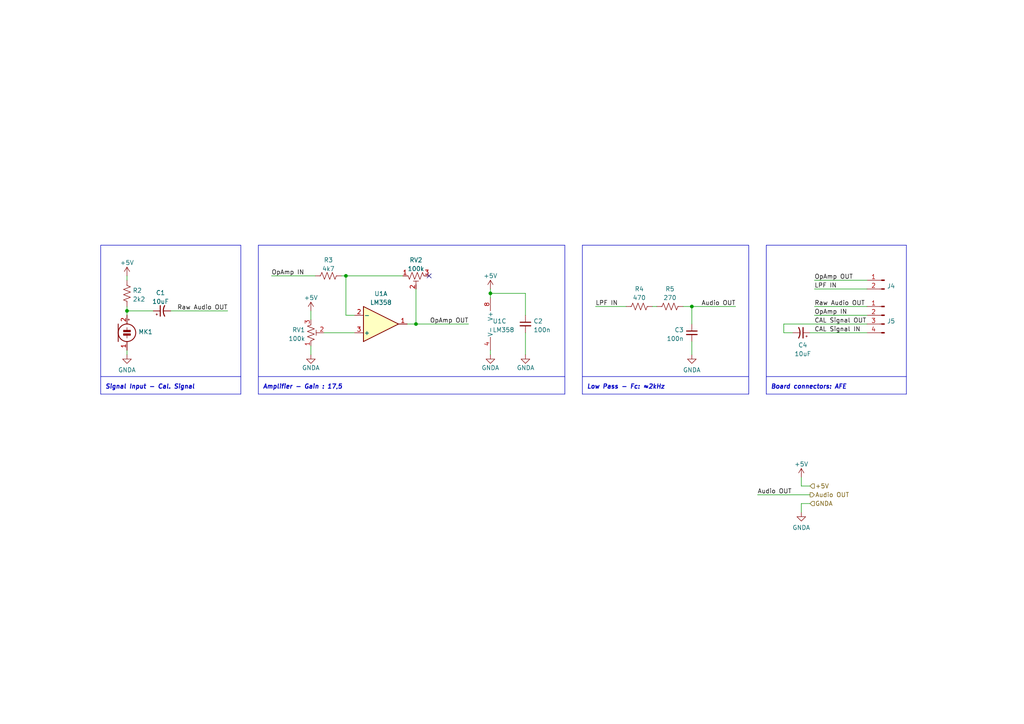
<source format=kicad_sch>
(kicad_sch (version 20230121) (generator eeschema)
  (paper "A4")
  (lib_symbols
    (symbol "Amplifier_Operational:LM358" (pin_names (offset 0.127))
      (property "Reference" "U" (at 0 5.08 0))
      (property "Value" "LM358" (at 0 -5.08 0))
      (symbol "LM358_1_1"
        (polyline (pts (xy -5.08 5.08) (xy 5.08 0) (xy -5.08 -5.08) (xy -5.08 5.08)) (stroke (width 0.254)) (fill (type background)))
        (pin output line (at 7.62 0 180) (length 2.54) (name "~") (number "1"))
        (pin input line (at -7.62 -2.54 0) (length 2.54) (name "-") (number "2"))
        (pin input line (at -7.62 2.54 0) (length 2.54) (name "+") (number "3"))
      )
      (symbol "LM358_2_1"
        (polyline (pts (xy -5.08 5.08) (xy 5.08 0) (xy -5.08 -5.08) (xy -5.08 5.08)) (stroke (width 0.254)) (fill (type background)))
        (pin input line (at -7.62 2.54 0) (length 2.54) (name "+") (number "5"))
        (pin input line (at -7.62 -2.54 0) (length 2.54) (name "-") (number "6"))
        (pin output line (at 7.62 0 180) (length 2.54) (name "~") (number "7"))
      )
      (symbol "LM358_3_1"
        (pin power_in line (at -2.54 -7.62 90) (length 3.81) (name "V-") (number "4"))
        (pin power_in line (at -2.54 7.62 270) (length 3.81) (name "V+") (number "8"))
      )
    )
    (symbol "Connector:Conn_01x02_Male" (pin_names (offset 1.016) hide)
      (property "Reference" "J" (at 0 2.54 0))
      (property "Value" "Conn_01x02_Male" (at 0 -5.08 0))
      (symbol "Conn_01x02_Male_1_1"
        (polyline (pts (xy 1.27 -2.54) (xy 0.8636 -2.54)) (stroke (width 0.1524)))
        (polyline (pts (xy 1.27 0) (xy 0.8636 0)) (stroke (width 0.1524)))
        (rectangle (start 0.8636 -2.413) (end 0 -2.667) (stroke (width 0.1524)) (fill (type outline)))
        (rectangle (start 0.8636 0.127) (end 0 -0.127) (stroke (width 0.1524)) (fill (type outline)))
        (pin passive line (at 5.08 0 180) (length 3.81) (name "Pin_1") (number "1"))
        (pin passive line (at 5.08 -2.54 180) (length 3.81) (name "Pin_2") (number "2"))
      )
    )
    (symbol "Connector:Conn_01x04_Male" (pin_names (offset 1.016) hide)
      (property "Reference" "J" (at 0 5.08 0))
      (property "Value" "Conn_01x04_Male" (at 0 -7.62 0))
      (symbol "Conn_01x04_Male_1_1"
        (polyline (pts (xy 1.27 -5.08) (xy 0.8636 -5.08)) (stroke (width 0.1524)))
        (polyline (pts (xy 1.27 -2.54) (xy 0.8636 -2.54)) (stroke (width 0.1524)))
        (polyline (pts (xy 1.27 0) (xy 0.8636 0)) (stroke (width 0.1524)))
        (polyline (pts (xy 1.27 2.54) (xy 0.8636 2.54)) (stroke (width 0.1524)))
        (rectangle (start 0.8636 -4.953) (end 0 -5.207) (stroke (width 0.1524)) (fill (type outline)))
        (rectangle (start 0.8636 -2.413) (end 0 -2.667) (stroke (width 0.1524)) (fill (type outline)))
        (rectangle (start 0.8636 0.127) (end 0 -0.127) (stroke (width 0.1524)) (fill (type outline)))
        (rectangle (start 0.8636 2.667) (end 0 2.413) (stroke (width 0.1524)) (fill (type outline)))
        (pin passive line (at 5.08 2.54 180) (length 3.81) (name "Pin_1") (number "1"))
        (pin passive line (at 5.08 0 180) (length 3.81) (name "Pin_2") (number "2"))
        (pin passive line (at 5.08 -2.54 180) (length 3.81) (name "Pin_3") (number "3"))
        (pin passive line (at 5.08 -5.08 180) (length 3.81) (name "Pin_4") (number "4"))
      )
    )
    (symbol "Device:C_Polarized_Small_US" (pin_numbers hide) (pin_names (offset 0.254) hide)
      (property "Reference" "C" (at 0.254 1.778 0))
      (property "Value" "C_Polarized_Small_US" (at 0.254 -2.032 0))
      (symbol "C_Polarized_Small_US_0_1"
        (polyline (pts (xy -1.524 0.508) (xy 1.524 0.508)) (stroke (width 0.3048)))
        (polyline (pts (xy -1.27 1.524) (xy -0.762 1.524)))
        (polyline (pts (xy -1.016 1.27) (xy -1.016 1.778)))
        (arc (start 1.524 -0.762) (mid 0 -0.3734) (end -1.524 -0.762) (stroke (width 0.3048)))
      )
      (symbol "C_Polarized_Small_US_1_1"
        (pin passive line (at 0 2.54 270) (length 2.032) (name "~") (number "1"))
        (pin passive line (at 0 -2.54 90) (length 2.032) (name "~") (number "2"))
      )
    )
    (symbol "Device:C_Small" (pin_numbers hide) (pin_names (offset 0.254) hide)
      (property "Reference" "C" (at 0.254 1.778 0))
      (property "Value" "C_Small" (at 0.254 -2.032 0))
      (symbol "C_Small_0_1"
        (polyline (pts (xy -1.524 -0.508) (xy 1.524 -0.508)) (stroke (width 0.3302)))
        (polyline (pts (xy -1.524 0.508) (xy 1.524 0.508)) (stroke (width 0.3048)))
      )
      (symbol "C_Small_1_1"
        (pin passive line (at 0 2.54 270) (length 2.032) (name "~") (number "1"))
        (pin passive line (at 0 -2.54 90) (length 2.032) (name "~") (number "2"))
      )
    )
    (symbol "Device:Microphone_Condenser" (pin_names (offset 0.0254) hide)
      (property "Reference" "MK" (at -3.302 1.27 0))
      (property "Value" "Microphone_Condenser" (at -3.302 -0.635 0))
      (symbol "Microphone_Condenser_0_1"
        (polyline (pts (xy -2.54 2.54) (xy -2.54 -2.54)) (stroke (width 0.254)))
        (polyline (pts (xy 0 -0.762) (xy 0 -1.524)))
        (polyline (pts (xy 0 0.762) (xy 0 1.524)))
        (polyline (pts (xy 0.254 3.81) (xy 0.762 3.81)))
        (polyline (pts (xy 0.508 4.064) (xy 0.508 3.556)))
        (circle (center 0 0) (radius 2.54) (stroke (width 0.254)))
        (rectangle (start 1.016 -0.254) (end -1.016 -0.762) (fill (type outline)))
        (rectangle (start 1.016 0.762) (end -1.016 0.254) (fill (type outline)))
      )
      (symbol "Microphone_Condenser_1_1"
        (pin passive line (at 0 -5.08 90) (length 2.54) (name "-") (number "1"))
        (pin passive line (at 0 5.08 270) (length 2.54) (name "+") (number "2"))
      )
    )
    (symbol "Device:R_Potentiometer_Trim_US" (pin_names (offset 1.016) hide)
      (property "Reference" "RV" (at -4.445 0 90))
      (property "Value" "R_Potentiometer_Trim_US" (at -2.54 0 90))
      (symbol "R_Potentiometer_Trim_US_0_1"
        (polyline (pts (xy 0 -2.286) (xy 0 -2.54)))
        (polyline (pts (xy 0 2.286) (xy 0 2.54)))
        (polyline (pts (xy 1.524 0.762) (xy 1.524 -0.762)))
        (polyline (pts (xy 2.54 0) (xy 1.524 0)))
        (polyline (pts (xy 0 -0.762) (xy 1.016 -1.143) (xy 0 -1.524) (xy -1.016 -1.905) (xy 0 -2.286)))
        (polyline (pts (xy 0 0.762) (xy 1.016 0.381) (xy 0 0) (xy -1.016 -0.381) (xy 0 -0.762)))
        (polyline (pts (xy 0 2.286) (xy 1.016 1.905) (xy 0 1.524) (xy -1.016 1.143) (xy 0 0.762)))
      )
      (symbol "R_Potentiometer_Trim_US_1_1"
        (pin passive line (at 0 3.81 270) (length 1.27) (name "1") (number "1"))
        (pin passive line (at 3.81 0 180) (length 1.27) (name "2") (number "2"))
        (pin passive line (at 0 -3.81 90) (length 1.27) (name "3") (number "3"))
      )
    )
    (symbol "Device:R_US" (pin_numbers hide) (pin_names (offset 0))
      (property "Reference" "R" (at 2.54 0 90))
      (property "Value" "R_US" (at -2.54 0 90))
      (symbol "R_US_0_1"
        (polyline (pts (xy 0 -2.286) (xy 0 -2.54)))
        (polyline (pts (xy 0 2.286) (xy 0 2.54)))
        (polyline (pts (xy 0 -0.762) (xy 1.016 -1.143) (xy 0 -1.524) (xy -1.016 -1.905) (xy 0 -2.286)))
        (polyline (pts (xy 0 0.762) (xy 1.016 0.381) (xy 0 0) (xy -1.016 -0.381) (xy 0 -0.762)))
        (polyline (pts (xy 0 2.286) (xy 1.016 1.905) (xy 0 1.524) (xy -1.016 1.143) (xy 0 0.762)))
      )
      (symbol "R_US_1_1"
        (pin passive line (at 0 3.81 270) (length 1.27) (name "~") (number "1"))
        (pin passive line (at 0 -3.81 90) (length 1.27) (name "~") (number "2"))
      )
    )
    (symbol "power:+5V" (power) (pin_names (offset 0))
      (property "Value" "+5V" (at 0 3.556 0))
      (symbol "+5V_0_1"
        (polyline (pts (xy -0.762 1.27) (xy 0 2.54)))
        (polyline (pts (xy 0 0) (xy 0 2.54)))
        (polyline (pts (xy 0 2.54) (xy 0.762 1.27)))
      )
      (symbol "+5V_1_1"
        (pin power_in line (at 0 0 90) (length 0) hide (name "+5V") (number "1"))
      )
    )
    (symbol "power:GNDA" (power) (pin_names (offset 0))
      (property "Value" "GNDA" (at 0 -3.81 0))
      (symbol "GNDA_0_1"
        (polyline (pts (xy 0 0) (xy 0 -1.27) (xy 1.27 -1.27) (xy 0 -2.54) (xy -1.27 -1.27) (xy 0 -1.27)))
      )
      (symbol "GNDA_1_1"
        (pin power_in line (at 0 0 270) (length 0) hide (name "GNDA") (number "1"))
      )
    )
  )
  (junction (at 120.65 93.98))
  (junction (at 36.83 90.17))
  (junction (at 142.24 85.09))
  (junction (at 200.66 88.9))
  (junction (at 100.33 80.01))
  (no_connect (at 124.46 80.01))
  (wire (pts (xy 232.41 148.59) (xy 232.41 146.05)))
  (polyline (pts (xy 29.21 114.3) (xy 69.85 114.3)))
  (wire (pts (xy 36.83 88.9) (xy 36.83 90.17)))
  (polyline (pts (xy 168.91 114.3) (xy 217.17 114.3)))
  (wire (pts (xy 234.95 96.52) (xy 251.46 96.52)))
  (wire (pts (xy 36.83 101.6) (xy 36.83 102.87)))
  (wire (pts (xy 236.22 91.44) (xy 251.46 91.44)))
  (polyline (pts (xy 222.25 114.3) (xy 262.89 114.3)))
  (wire (pts (xy 172.72 88.9) (xy 181.61 88.9)))
  (polyline (pts (xy 168.91 109.22) (xy 217.17 109.22)))
  (wire (pts (xy 227.33 93.98) (xy 227.33 96.52)))
  (wire (pts (xy 200.66 88.9) (xy 213.36 88.9)))
  (wire (pts (xy 118.11 93.98) (xy 120.65 93.98)))
  (wire (pts (xy 49.53 90.17) (xy 66.04 90.17)))
  (polyline (pts (xy 217.17 114.3) (xy 217.17 71.12)))
  (wire (pts (xy 236.22 81.28) (xy 251.46 81.28)))
  (wire (pts (xy 90.17 90.17) (xy 90.17 92.71)))
  (wire (pts (xy 36.83 90.17) (xy 36.83 91.44)))
  (wire (pts (xy 99.06 80.01) (xy 100.33 80.01)))
  (wire (pts (xy 142.24 83.82) (xy 142.24 85.09)))
  (wire (pts (xy 236.22 83.82) (xy 251.46 83.82)))
  (wire (pts (xy 232.41 146.05) (xy 234.95 146.05)))
  (polyline (pts (xy 74.93 71.12) (xy 74.93 114.3)))
  (polyline (pts (xy 222.25 71.12) (xy 222.25 114.3)))
  (wire (pts (xy 100.33 91.44) (xy 100.33 80.01)))
  (wire (pts (xy 100.33 91.44) (xy 102.87 91.44)))
  (wire (pts (xy 90.17 100.33) (xy 90.17 102.87)))
  (wire (pts (xy 232.41 138.43) (xy 232.41 140.97)))
  (wire (pts (xy 100.33 80.01) (xy 116.84 80.01)))
  (polyline (pts (xy 29.21 109.22) (xy 29.21 114.3)))
  (polyline (pts (xy 168.91 71.12) (xy 217.17 71.12)))
  (wire (pts (xy 78.74 80.01) (xy 91.44 80.01)))
  (wire (pts (xy 227.33 93.98) (xy 251.46 93.98)))
  (polyline (pts (xy 262.89 114.3) (xy 262.89 71.12)))
  (polyline (pts (xy 222.25 71.12) (xy 262.89 71.12)))
  (wire (pts (xy 120.65 93.98) (xy 135.89 93.98)))
  (polyline (pts (xy 222.25 109.22) (xy 262.89 109.22)))
  (wire (pts (xy 142.24 85.09) (xy 142.24 86.36)))
  (wire (pts (xy 227.33 96.52) (xy 229.87 96.52)))
  (wire (pts (xy 93.98 96.52) (xy 102.87 96.52)))
  (polyline (pts (xy 163.83 114.3) (xy 163.83 71.12)))
  (wire (pts (xy 152.4 85.09) (xy 152.4 91.44)))
  (wire (pts (xy 232.41 140.97) (xy 234.95 140.97)))
  (polyline (pts (xy 29.21 71.12) (xy 29.21 109.22)))
  (polyline (pts (xy 168.91 71.12) (xy 168.91 114.3)))
  (wire (pts (xy 198.12 88.9) (xy 200.66 88.9)))
  (polyline (pts (xy 69.85 109.22) (xy 69.85 114.3)))
  (wire (pts (xy 36.83 90.17) (xy 44.45 90.17)))
  (wire (pts (xy 142.24 85.09) (xy 152.4 85.09)))
  (wire (pts (xy 142.24 101.6) (xy 142.24 102.87)))
  (wire (pts (xy 190.5 88.9) (xy 189.23 88.9)))
  (wire (pts (xy 36.83 80.01) (xy 36.83 81.28)))
  (wire (pts (xy 200.66 88.9) (xy 200.66 93.98)))
  (polyline (pts (xy 74.93 109.22) (xy 163.83 109.22)))
  (wire (pts (xy 152.4 102.87) (xy 152.4 96.52)))
  (wire (pts (xy 200.66 99.06) (xy 200.66 102.87)))
  (polyline (pts (xy 69.85 109.22) (xy 69.85 71.12)))
  (polyline (pts (xy 29.21 71.12) (xy 69.85 71.12)))
  (wire (pts (xy 219.71 143.51) (xy 234.95 143.51)))
  (polyline (pts (xy 163.83 71.12) (xy 74.93 71.12)))
  (polyline (pts (xy 163.83 114.3) (xy 74.93 114.3)))
  (wire (pts (xy 236.22 88.9) (xy 251.46 88.9)))
  (wire (pts (xy 120.65 83.82) (xy 120.65 93.98)))
  (polyline (pts (xy 29.21 109.22) (xy 69.85 109.22)))
  (text "Amplifier - Gain : 17,5" (at 76.2 113.03 0) (effects (font (size 1.27 1.27) bold italic) (justify left bottom)))
  (text "Low Pass - Fc: ≈2kHz" (at 170.18 113.03 0) (effects (font (size 1.27 1.27) bold italic) (justify left bottom)))
  (text "Board connectors: AFE" (at 223.52 113.03 0) (effects (font (size 1.27 1.27) bold italic) (justify left bottom)))
  (text "Signal Input - Cal. Signal" (at 30.48 113.03 0) (effects (font (size 1.27 1.27) (thickness 0.254) bold italic) (justify left bottom)))
  (label "LPF IN" (at 236.22 83.82 0))
  (label "Raw Audio OUT" (at 236.22 88.9 0))
  (label "CAL Signal IN" (at 236.22 96.52 0))
  (label "OpAmp OUT" (at 135.89 93.98 180))
  (label "Audio OUT" (at 219.71 143.51 0))
  (label "Raw Audio OUT" (at 66.04 90.17 180))
  (label "OpAmp IN" (at 236.22 91.44 0))
  (label "LPF IN" (at 172.72 88.9 0))
  (label "CAL Signal OUT" (at 236.22 93.98 0))
  (label "OpAmp IN" (at 78.74 80.01 0))
  (label "Audio OUT" (at 213.36 88.9 180))
  (label "OpAmp OUT" (at 236.22 81.28 0))
  (hierarchical_label "Audio OUT" (shape output) (at 234.95 143.51 0))
  (hierarchical_label "+5V" (shape input) (at 234.95 140.97 0))
  (hierarchical_label "GNDA" (shape input) (at 234.95 146.05 0))
  (symbol (lib_id "Device:Microphone_Condenser") (at 36.83 96.52 0) (unit 1)
    (property "Reference" "MK1" (at 40.132 96.2553 0) (effects (justify left)))
    (property "Value" "M. Electret" (effects hide))
    (property "Footprint" "Connector_PinHeader_2.54mm:PinHeader_1x02_P2.54mm_Vertical" (effects hide))
  )
  (symbol (lib_id "Device:R_US") (at 185.42 88.9 270) (unit 1)
    (property "Reference" "R4" (at 185.42 83.82 90))
    (property "Value" "470" (at 185.42 86.36 90))
    (property "Footprint" "Resistor_SMD:R_1206_3216Metric" (effects hide))
  )
  (symbol (lib_id "Device:C_Polarized_Small_US") (at 232.41 96.52 270) (mirror x) (unit 1)
    (property "Reference" "C4" (at 232.8418 100.0998 90))
    (property "Value" "10uF" (at 232.8418 102.6367 90))
    (property "Footprint" "Capacitor_THT:CP_Radial_D5.0mm_P2.00mm" (effects hide))
  )
  (symbol (lib_id "Device:R_US") (at 36.83 85.09 0) (unit 1)
    (property "Reference" "R2" (at 38.481 84.2553 0) (effects (justify left)))
    (property "Value" "2k2" (at 38.481 86.7922 0) (effects (justify left)))
    (property "Footprint" "Resistor_SMD:R_1206_3216Metric" (effects hide))
  )
  (symbol (lib_id "Device:C_Small") (at 152.4 93.98 0) (unit 1)
    (property "Reference" "C2" (at 154.7241 93.1516 0) (effects (justify left)))
    (property "Value" "100n" (at 154.7241 95.6885 0) (effects (justify left)))
    (property "Footprint" "Capacitor_SMD:C_0805_2012Metric_Pad1.18x1.45mm_HandSolder" (effects hide))
  )
  (symbol (lib_id "power:GNDA") (at 36.83 102.87 0) (unit 1)
    (property "Reference" "#PWR015" (effects hide))
    (property "Value" "GNDA" (at 36.83 107.3134 0))
  )
  (symbol (lib_id "power:+5V") (at 36.83 80.01 0) (unit 1)
    (property "Reference" "#PWR014" (effects hide))
    (property "Value" "+5V" (at 36.83 76.2 0))
  )
  (symbol (lib_id "power:GNDA") (at 142.24 102.87 0) (unit 1)
    (property "Reference" "#PWR019" (effects hide))
    (property "Value" "GNDA" (at 142.24 106.68 0))
  )
  (symbol (lib_id "Amplifier_Operational:LM358") (at 110.49 93.98 0) (mirror x) (unit 1)
    (property "Reference" "U1" (at 110.49 85.2002 0))
    (property "Value" "LM358" (at 110.49 87.7371 0))
    (property "Footprint" "Package_SO:SOIC-8_3.9x4.9mm_P1.27mm" (effects hide))
    (property "Datasheet" "http://www.ti.com/lit/ds/symlink/lm2904-n.pdf" (effects hide))
  )
  (symbol (lib_id "Device:R_Potentiometer_Trim_US") (at 120.65 80.01 90) (mirror x) (unit 1)
    (property "Reference" "RV2" (at 120.65 75.4212 90))
    (property "Value" "100k" (at 120.65 77.9581 90))
    (property "Footprint" "Potentiometer_THT:Potentiometer_Bourns_3296W_Vertical" (effects hide))
  )
  (symbol (lib_id "power:GNDA") (at 232.41 148.59 0) (unit 1)
    (property "Reference" "#PWR023" (effects hide))
    (property "Value" "GNDA" (at 232.41 153.0334 0))
  )
  (symbol (lib_id "Connector:Conn_01x02_Male") (at 256.54 81.28 0) (mirror y) (unit 1)
    (property "Reference" "J4" (at 257.2512 82.9838 0) (effects (justify right)))
    (property "Value" "Conn_01x02_Male" (effects hide))
    (property "Footprint" "Connector_PinHeader_2.54mm:PinHeader_1x02_P2.54mm_Vertical" (effects hide))
  )
  (symbol (lib_id "power:+5V") (at 232.41 138.43 0) (unit 1)
    (property "Reference" "#PWR022" (effects hide))
    (property "Value" "+5V" (at 232.41 134.62 0))
  )
  (symbol (lib_id "Device:R_US") (at 194.31 88.9 90) (unit 1)
    (property "Reference" "R5" (at 194.31 83.82 90))
    (property "Value" "270" (at 194.31 86.36 90))
    (property "Footprint" "Resistor_SMD:R_1206_3216Metric" (effects hide))
  )
  (symbol (lib_id "power:+5V") (at 90.17 90.17 0) (unit 1)
    (property "Reference" "#PWR016" (effects hide))
    (property "Value" "+5V" (at 90.17 86.36 0))
  )
  (symbol (lib_id "power:GNDA") (at 152.4 102.87 0) (unit 1)
    (property "Reference" "#PWR020" (effects hide))
    (property "Value" "GNDA" (at 149.86 106.68 0) (effects (justify left)))
  )
  (symbol (lib_id "Device:C_Polarized_Small_US") (at 46.99 90.17 90) (unit 1)
    (property "Reference" "C1" (at 46.5582 84.9208 90))
    (property "Value" "10uF" (at 46.5582 87.4577 90))
    (property "Footprint" "Capacitor_THT:CP_Radial_D5.0mm_P2.00mm" (effects hide))
  )
  (symbol (lib_id "power:GNDA") (at 90.17 102.87 0) (unit 1)
    (property "Reference" "#PWR017" (effects hide))
    (property "Value" "GNDA" (at 90.17 106.68 0))
  )
  (symbol (lib_id "Connector:Conn_01x04_Male") (at 256.54 91.44 0) (mirror y) (unit 1)
    (property "Reference" "J5" (at 257.2512 93.1438 0) (effects (justify right)))
    (property "Value" "Conn_01x04_Male" (effects hide))
    (property "Footprint" "Connector_PinHeader_2.54mm:PinHeader_1x04_P2.54mm_Vertical" (effects hide))
  )
  (symbol (lib_id "power:+5V") (at 142.24 83.82 0) (unit 1)
    (property "Reference" "#PWR018" (effects hide))
    (property "Value" "+5V" (at 142.24 80.01 0))
  )
  (symbol (lib_id "Amplifier_Operational:LM358") (at 144.78 93.98 0) (unit 3)
    (property "Reference" "U1" (at 142.875 93.1453 0) (effects (justify left)))
    (property "Value" "LM358" (at 142.875 95.6822 0) (effects (justify left)))
    (property "Footprint" "Package_SO:SOIC-8_3.9x4.9mm_P1.27mm" (effects hide))
    (property "Datasheet" "http://www.ti.com/lit/ds/symlink/lm2904-n.pdf" (effects hide))
  )
  (symbol (lib_id "Device:C_Small") (at 200.66 96.52 0) (unit 1)
    (property "Reference" "C3" (at 198.3359 95.6916 0) (effects (justify right)))
    (property "Value" "100n" (at 198.3359 98.2285 0) (effects (justify right)))
    (property "Footprint" "Capacitor_SMD:C_0805_2012Metric_Pad1.18x1.45mm_HandSolder" (effects hide))
  )
  (symbol (lib_id "power:GNDA") (at 200.66 102.87 0) (unit 1)
    (property "Reference" "#PWR021" (effects hide))
    (property "Value" "GNDA" (at 200.66 107.3134 0))
  )
  (symbol (lib_id "Device:R_US") (at 95.25 80.01 90) (unit 1)
    (property "Reference" "R3" (at 95.25 75.4212 90))
    (property "Value" "4k7" (at 95.25 77.9581 90))
    (property "Footprint" "Resistor_SMD:R_1206_3216Metric" (effects hide))
  )
  (symbol (lib_id "Device:R_Potentiometer_Trim_US") (at 90.17 96.52 0) (mirror x) (unit 1)
    (property "Reference" "RV1" (at 88.5191 95.6853 0) (effects (justify right)))
    (property "Value" "100k" (at 88.5191 98.2222 0) (effects (justify right)))
    (property "Footprint" "Potentiometer_THT:Potentiometer_Bourns_3296W_Vertical" (effects hide))
  )
)
</source>
